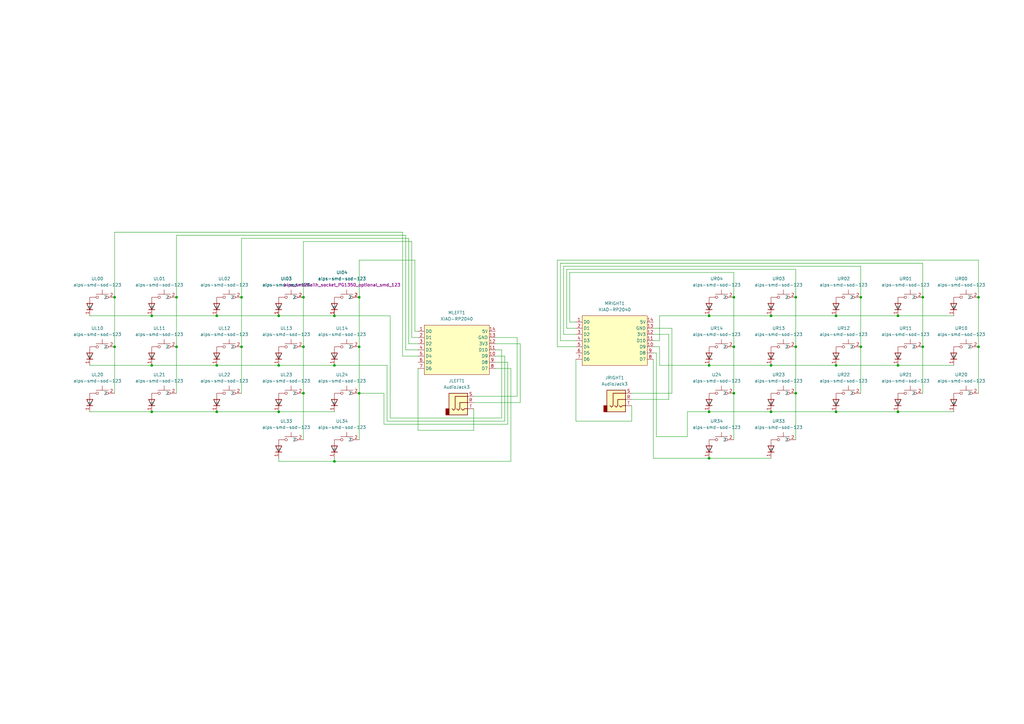
<source format=kicad_sch>
(kicad_sch (version 20211123) (generator eeschema)
  (paper "A3")
  (lib_symbols
    (symbol "Connector:AudioJack3"
      (property "Reference" "J" (at 0 8.89 0))
      (property "Value" "AudioJack3" (at 0 6.35 0))
      (symbol "AudioJack3_0_1"
        (rectangle (start -5.08 -5.08) (end -6.35 -2.54) (stroke (width 0.254)) (fill (type outline)))
        (polyline (pts (xy 0 -2.54) (xy 0.635 -3.175) (xy 1.27 -2.54) (xy 2.54 -2.54)) (stroke (width 0.254)))
        (polyline (pts (xy -1.905 -2.54) (xy -1.27 -3.175) (xy -0.635 -2.54) (xy -0.635 0) (xy 2.54 0)) (stroke (width 0.254)))
        (polyline (pts (xy 2.54 2.54) (xy -2.54 2.54) (xy -2.54 -2.54) (xy -3.175 -3.175) (xy -3.81 -2.54)) (stroke (width 0.254)))
        (rectangle (start 2.54 3.81) (end -5.08 -5.08) (stroke (width 0.254)) (fill (type background)))
      )
      (symbol "AudioJack3_1_1"
        (pin passive line (at 5.08 0 180) (length 2.54) (name "~") (number "R"))
        (pin passive line (at 5.08 2.54 180) (length 2.54) (name "~") (number "S"))
        (pin passive line (at 5.08 -2.54 180) (length 2.54) (name "~") (number "T"))
      )
    )
    (symbol "Xiao:XIAO-RP2040"
      (property "Reference" "M" (at 0 0 0))
      (property "Value" "XIAO-RP2040" (at 0 2.54 0))
      (symbol "XIAO-RP2040_0_1"
        (rectangle (start -12.7 10.16) (end 13.97 -10.16) (fill (type background)))
      )
      (symbol "XIAO-RP2040_1_1"
        (pin bidirectional line (at -15.24 7.62 0) (length 2.54) (name "D0") (number "1"))
        (pin bidirectional line (at 16.51 -2.54 180) (length 2.54) (name "D9") (number "10"))
        (pin bidirectional line (at 16.51 0 180) (length 2.54) (name "D10") (number "11"))
        (pin power_in line (at 16.51 2.54 180) (length 2.54) (name "3V3") (number "12"))
        (pin power_in line (at 16.51 5.08 180) (length 2.54) (name "GND") (number "13"))
        (pin power_in line (at 16.51 7.62 180) (length 2.54) (name "5V") (number "14"))
        (pin bidirectional line (at -15.24 5.08 0) (length 2.54) (name "D1") (number "2"))
        (pin bidirectional line (at -15.24 2.54 0) (length 2.54) (name "D2") (number "3"))
        (pin bidirectional line (at -15.24 0 0) (length 2.54) (name "D3") (number "4"))
        (pin bidirectional line (at -15.24 -2.54 0) (length 2.54) (name "D4") (number "5"))
        (pin bidirectional line (at -15.24 -5.08 0) (length 2.54) (name "D5") (number "6"))
        (pin bidirectional line (at -15.24 -7.62 0) (length 2.54) (name "D6") (number "7"))
        (pin bidirectional line (at 16.51 -7.62 180) (length 2.54) (name "D7") (number "8"))
        (pin bidirectional line (at 16.51 -5.08 180) (length 2.54) (name "D8") (number "9"))
      )
    )
    (symbol "alps-smd-sod-123_1"
      (property "Reference" "U" (at 0 0 0))
      (property "Value" "alps-smd-sod-123_1" (at 0 8.89 0))
      (symbol "alps-smd-sod-123_1_0_1"
        (circle (center -2.032 3.81) (radius 0.508))
        (polyline (pts (xy -6.35 -1.27) (xy -3.81 -1.27)) (stroke (width 0.254)))
        (polyline (pts (xy -5.08 1.27) (xy -5.08 -1.27)))
        (polyline (pts (xy 0 5.08) (xy 0 6.858)))
        (polyline (pts (xy 2.54 5.08) (xy -2.54 5.08)))
        (polyline (pts (xy -5.08 1.27) (xy -5.08 3.81) (xy -2.54 3.81)))
        (polyline (pts (xy -6.35 1.27) (xy -3.81 1.27) (xy -5.08 -1.27) (xy -6.35 1.27)) (stroke (width 0.254)))
        (circle (center 2.032 3.81) (radius 0.508))
        (pin passive line (at 5.08 3.81 180) (length 2.54) (name "2") (number "2"))
      )
      (symbol "alps-smd-sod-123_1_1_1"
        (pin passive line (at -5.08 -3.81 90) (length 2.54) (name "1") (number "1"))
      )
    )
    (symbol "alps-smd-sod-123_10"
      (property "Reference" "U" (at 0 0 0))
      (property "Value" "alps-smd-sod-123_10" (at 0 8.89 0))
      (symbol "alps-smd-sod-123_10_0_1"
        (circle (center -2.032 3.81) (radius 0.508))
        (polyline (pts (xy -6.35 -1.27) (xy -3.81 -1.27)) (stroke (width 0.254)))
        (polyline (pts (xy -5.08 1.27) (xy -5.08 -1.27)))
        (polyline (pts (xy 0 5.08) (xy 0 6.858)))
        (polyline (pts (xy 2.54 5.08) (xy -2.54 5.08)))
        (polyline (pts (xy -5.08 1.27) (xy -5.08 3.81) (xy -2.54 3.81)))
        (polyline (pts (xy -6.35 1.27) (xy -3.81 1.27) (xy -5.08 -1.27) (xy -6.35 1.27)) (stroke (width 0.254)))
        (circle (center 2.032 3.81) (radius 0.508))
        (pin passive line (at 5.08 3.81 180) (length 2.54) (name "2") (number "2"))
      )
      (symbol "alps-smd-sod-123_10_1_1"
        (pin passive line (at -5.08 -3.81 90) (length 2.54) (name "1") (number "1"))
      )
    )
    (symbol "alps-smd-sod-123_11"
      (property "Reference" "U" (at 0 0 0))
      (property "Value" "alps-smd-sod-123_11" (at 0 8.89 0))
      (symbol "alps-smd-sod-123_11_0_1"
        (circle (center -2.032 3.81) (radius 0.508))
        (polyline (pts (xy -6.35 -1.27) (xy -3.81 -1.27)) (stroke (width 0.254)))
        (polyline (pts (xy -5.08 1.27) (xy -5.08 -1.27)))
        (polyline (pts (xy 0 5.08) (xy 0 6.858)))
        (polyline (pts (xy 2.54 5.08) (xy -2.54 5.08)))
        (polyline (pts (xy -5.08 1.27) (xy -5.08 3.81) (xy -2.54 3.81)))
        (polyline (pts (xy -6.35 1.27) (xy -3.81 1.27) (xy -5.08 -1.27) (xy -6.35 1.27)) (stroke (width 0.254)))
        (circle (center 2.032 3.81) (radius 0.508))
        (pin passive line (at 5.08 3.81 180) (length 2.54) (name "2") (number "2"))
      )
      (symbol "alps-smd-sod-123_11_1_1"
        (pin passive line (at -5.08 -3.81 90) (length 2.54) (name "1") (number "1"))
      )
    )
    (symbol "alps-smd-sod-123_12"
      (property "Reference" "U" (at 0 0 0))
      (property "Value" "alps-smd-sod-123_12" (at 0 8.89 0))
      (symbol "alps-smd-sod-123_12_0_1"
        (circle (center -2.032 3.81) (radius 0.508))
        (polyline (pts (xy -6.35 -1.27) (xy -3.81 -1.27)) (stroke (width 0.254)))
        (polyline (pts (xy -5.08 1.27) (xy -5.08 -1.27)))
        (polyline (pts (xy 0 5.08) (xy 0 6.858)))
        (polyline (pts (xy 2.54 5.08) (xy -2.54 5.08)))
        (polyline (pts (xy -5.08 1.27) (xy -5.08 3.81) (xy -2.54 3.81)))
        (polyline (pts (xy -6.35 1.27) (xy -3.81 1.27) (xy -5.08 -1.27) (xy -6.35 1.27)) (stroke (width 0.254)))
        (circle (center 2.032 3.81) (radius 0.508))
        (pin passive line (at 5.08 3.81 180) (length 2.54) (name "2") (number "2"))
      )
      (symbol "alps-smd-sod-123_12_1_1"
        (pin passive line (at -5.08 -3.81 90) (length 2.54) (name "1") (number "1"))
      )
    )
    (symbol "alps-smd-sod-123_13"
      (property "Reference" "U" (at 0 0 0))
      (property "Value" "alps-smd-sod-123_13" (at 0 8.89 0))
      (symbol "alps-smd-sod-123_13_0_1"
        (circle (center -2.032 3.81) (radius 0.508))
        (polyline (pts (xy -6.35 -1.27) (xy -3.81 -1.27)) (stroke (width 0.254)))
        (polyline (pts (xy -5.08 1.27) (xy -5.08 -1.27)))
        (polyline (pts (xy 0 5.08) (xy 0 6.858)))
        (polyline (pts (xy 2.54 5.08) (xy -2.54 5.08)))
        (polyline (pts (xy -5.08 1.27) (xy -5.08 3.81) (xy -2.54 3.81)))
        (polyline (pts (xy -6.35 1.27) (xy -3.81 1.27) (xy -5.08 -1.27) (xy -6.35 1.27)) (stroke (width 0.254)))
        (circle (center 2.032 3.81) (radius 0.508))
        (pin passive line (at 5.08 3.81 180) (length 2.54) (name "2") (number "2"))
      )
      (symbol "alps-smd-sod-123_13_1_1"
        (pin passive line (at -5.08 -3.81 90) (length 2.54) (name "1") (number "1"))
      )
    )
    (symbol "alps-smd-sod-123_14"
      (property "Reference" "U" (at 0 0 0))
      (property "Value" "alps-smd-sod-123_14" (at 0 8.89 0))
      (symbol "alps-smd-sod-123_14_0_1"
        (circle (center -2.032 3.81) (radius 0.508))
        (polyline (pts (xy -6.35 -1.27) (xy -3.81 -1.27)) (stroke (width 0.254)))
        (polyline (pts (xy -5.08 1.27) (xy -5.08 -1.27)))
        (polyline (pts (xy 0 5.08) (xy 0 6.858)))
        (polyline (pts (xy 2.54 5.08) (xy -2.54 5.08)))
        (polyline (pts (xy -5.08 1.27) (xy -5.08 3.81) (xy -2.54 3.81)))
        (polyline (pts (xy -6.35 1.27) (xy -3.81 1.27) (xy -5.08 -1.27) (xy -6.35 1.27)) (stroke (width 0.254)))
        (circle (center 2.032 3.81) (radius 0.508))
        (pin passive line (at 5.08 3.81 180) (length 2.54) (name "2") (number "2"))
      )
      (symbol "alps-smd-sod-123_14_1_1"
        (pin passive line (at -5.08 -3.81 90) (length 2.54) (name "1") (number "1"))
      )
    )
    (symbol "alps-smd-sod-123_15"
      (property "Reference" "U" (at 0 0 0))
      (property "Value" "alps-smd-sod-123_15" (at 0 8.89 0))
      (symbol "alps-smd-sod-123_15_0_1"
        (circle (center -2.032 3.81) (radius 0.508))
        (polyline (pts (xy -6.35 -1.27) (xy -3.81 -1.27)) (stroke (width 0.254)))
        (polyline (pts (xy -5.08 1.27) (xy -5.08 -1.27)))
        (polyline (pts (xy 0 5.08) (xy 0 6.858)))
        (polyline (pts (xy 2.54 5.08) (xy -2.54 5.08)))
        (polyline (pts (xy -5.08 1.27) (xy -5.08 3.81) (xy -2.54 3.81)))
        (polyline (pts (xy -6.35 1.27) (xy -3.81 1.27) (xy -5.08 -1.27) (xy -6.35 1.27)) (stroke (width 0.254)))
        (circle (center 2.032 3.81) (radius 0.508))
        (pin passive line (at 5.08 3.81 180) (length 2.54) (name "2") (number "2"))
      )
      (symbol "alps-smd-sod-123_15_1_1"
        (pin passive line (at -5.08 -3.81 90) (length 2.54) (name "1") (number "1"))
      )
    )
    (symbol "alps-smd-sod-123_16"
      (property "Reference" "U" (at 0 0 0))
      (property "Value" "alps-smd-sod-123_16" (at 0 8.89 0))
      (symbol "alps-smd-sod-123_16_0_1"
        (circle (center -2.032 3.81) (radius 0.508))
        (polyline (pts (xy -6.35 -1.27) (xy -3.81 -1.27)) (stroke (width 0.254)))
        (polyline (pts (xy -5.08 1.27) (xy -5.08 -1.27)))
        (polyline (pts (xy 0 5.08) (xy 0 6.858)))
        (polyline (pts (xy 2.54 5.08) (xy -2.54 5.08)))
        (polyline (pts (xy -5.08 1.27) (xy -5.08 3.81) (xy -2.54 3.81)))
        (polyline (pts (xy -6.35 1.27) (xy -3.81 1.27) (xy -5.08 -1.27) (xy -6.35 1.27)) (stroke (width 0.254)))
        (circle (center 2.032 3.81) (radius 0.508))
        (pin passive line (at 5.08 3.81 180) (length 2.54) (name "2") (number "2"))
      )
      (symbol "alps-smd-sod-123_16_1_1"
        (pin passive line (at -5.08 -3.81 90) (length 2.54) (name "1") (number "1"))
      )
    )
    (symbol "alps-smd-sod-123_17"
      (property "Reference" "U" (at 0 0 0))
      (property "Value" "alps-smd-sod-123_17" (at 0 8.89 0))
      (symbol "alps-smd-sod-123_17_0_1"
        (circle (center -2.032 3.81) (radius 0.508))
        (polyline (pts (xy -6.35 -1.27) (xy -3.81 -1.27)) (stroke (width 0.254)))
        (polyline (pts (xy -5.08 1.27) (xy -5.08 -1.27)))
        (polyline (pts (xy 0 5.08) (xy 0 6.858)))
        (polyline (pts (xy 2.54 5.08) (xy -2.54 5.08)))
        (polyline (pts (xy -5.08 1.27) (xy -5.08 3.81) (xy -2.54 3.81)))
        (polyline (pts (xy -6.35 1.27) (xy -3.81 1.27) (xy -5.08 -1.27) (xy -6.35 1.27)) (stroke (width 0.254)))
        (circle (center 2.032 3.81) (radius 0.508))
        (pin passive line (at 5.08 3.81 180) (length 2.54) (name "2") (number "2"))
      )
      (symbol "alps-smd-sod-123_17_1_1"
        (pin passive line (at -5.08 -3.81 90) (length 2.54) (name "1") (number "1"))
      )
    )
    (symbol "alps-smd-sod-123_18"
      (property "Reference" "U" (at 0 0 0))
      (property "Value" "alps-smd-sod-123_18" (at 0 8.89 0))
      (symbol "alps-smd-sod-123_18_0_1"
        (circle (center -2.032 3.81) (radius 0.508))
        (polyline (pts (xy -6.35 -1.27) (xy -3.81 -1.27)) (stroke (width 0.254)))
        (polyline (pts (xy -5.08 1.27) (xy -5.08 -1.27)))
        (polyline (pts (xy 0 5.08) (xy 0 6.858)))
        (polyline (pts (xy 2.54 5.08) (xy -2.54 5.08)))
        (polyline (pts (xy -5.08 1.27) (xy -5.08 3.81) (xy -2.54 3.81)))
        (polyline (pts (xy -6.35 1.27) (xy -3.81 1.27) (xy -5.08 -1.27) (xy -6.35 1.27)) (stroke (width 0.254)))
        (circle (center 2.032 3.81) (radius 0.508))
        (pin passive line (at 5.08 3.81 180) (length 2.54) (name "2") (number "2"))
      )
      (symbol "alps-smd-sod-123_18_1_1"
        (pin passive line (at -5.08 -3.81 90) (length 2.54) (name "1") (number "1"))
      )
    )
    (symbol "alps-smd-sod-123_19"
      (property "Reference" "U" (at 0 0 0))
      (property "Value" "alps-smd-sod-123_19" (at 0 8.89 0))
      (symbol "alps-smd-sod-123_19_0_1"
        (circle (center -2.032 3.81) (radius 0.508))
        (polyline (pts (xy -6.35 -1.27) (xy -3.81 -1.27)) (stroke (width 0.254)))
        (polyline (pts (xy -5.08 1.27) (xy -5.08 -1.27)))
        (polyline (pts (xy 0 5.08) (xy 0 6.858)))
        (polyline (pts (xy 2.54 5.08) (xy -2.54 5.08)))
        (polyline (pts (xy -5.08 1.27) (xy -5.08 3.81) (xy -2.54 3.81)))
        (polyline (pts (xy -6.35 1.27) (xy -3.81 1.27) (xy -5.08 -1.27) (xy -6.35 1.27)) (stroke (width 0.254)))
        (circle (center 2.032 3.81) (radius 0.508))
        (pin passive line (at 5.08 3.81 180) (length 2.54) (name "2") (number "2"))
      )
      (symbol "alps-smd-sod-123_19_1_1"
        (pin passive line (at -5.08 -3.81 90) (length 2.54) (name "1") (number "1"))
      )
    )
    (symbol "alps-smd-sod-123_2"
      (property "Reference" "U" (at 0 0 0))
      (property "Value" "alps-smd-sod-123_2" (at 0 8.89 0))
      (symbol "alps-smd-sod-123_2_0_1"
        (circle (center -2.032 3.81) (radius 0.508))
        (polyline (pts (xy -6.35 -1.27) (xy -3.81 -1.27)) (stroke (width 0.254)))
        (polyline (pts (xy -5.08 1.27) (xy -5.08 -1.27)))
        (polyline (pts (xy 0 5.08) (xy 0 6.858)))
        (polyline (pts (xy 2.54 5.08) (xy -2.54 5.08)))
        (polyline (pts (xy -5.08 1.27) (xy -5.08 3.81) (xy -2.54 3.81)))
        (polyline (pts (xy -6.35 1.27) (xy -3.81 1.27) (xy -5.08 -1.27) (xy -6.35 1.27)) (stroke (width 0.254)))
        (circle (center 2.032 3.81) (radius 0.508))
        (pin passive line (at 5.08 3.81 180) (length 2.54) (name "2") (number "2"))
      )
      (symbol "alps-smd-sod-123_2_1_1"
        (pin passive line (at -5.08 -3.81 90) (length 2.54) (name "1") (number "1"))
      )
    )
    (symbol "alps-smd-sod-123_20"
      (property "Reference" "U" (at 0 0 0))
      (property "Value" "alps-smd-sod-123_20" (at 0 8.89 0))
      (symbol "alps-smd-sod-123_20_0_1"
        (circle (center -2.032 3.81) (radius 0.508))
        (polyline (pts (xy -6.35 -1.27) (xy -3.81 -1.27)) (stroke (width 0.254)))
        (polyline (pts (xy -5.08 1.27) (xy -5.08 -1.27)))
        (polyline (pts (xy 0 5.08) (xy 0 6.858)))
        (polyline (pts (xy 2.54 5.08) (xy -2.54 5.08)))
        (polyline (pts (xy -5.08 1.27) (xy -5.08 3.81) (xy -2.54 3.81)))
        (polyline (pts (xy -6.35 1.27) (xy -3.81 1.27) (xy -5.08 -1.27) (xy -6.35 1.27)) (stroke (width 0.254)))
        (circle (center 2.032 3.81) (radius 0.508))
        (pin passive line (at 5.08 3.81 180) (length 2.54) (name "2") (number "2"))
      )
      (symbol "alps-smd-sod-123_20_1_1"
        (pin passive line (at -5.08 -3.81 90) (length 2.54) (name "1") (number "1"))
      )
    )
    (symbol "alps-smd-sod-123_21"
      (property "Reference" "U" (at 0 0 0))
      (property "Value" "alps-smd-sod-123_21" (at 0 8.89 0))
      (symbol "alps-smd-sod-123_21_0_1"
        (circle (center -2.032 3.81) (radius 0.508))
        (polyline (pts (xy -6.35 -1.27) (xy -3.81 -1.27)) (stroke (width 0.254)))
        (polyline (pts (xy -5.08 1.27) (xy -5.08 -1.27)))
        (polyline (pts (xy 0 5.08) (xy 0 6.858)))
        (polyline (pts (xy 2.54 5.08) (xy -2.54 5.08)))
        (polyline (pts (xy -5.08 1.27) (xy -5.08 3.81) (xy -2.54 3.81)))
        (polyline (pts (xy -6.35 1.27) (xy -3.81 1.27) (xy -5.08 -1.27) (xy -6.35 1.27)) (stroke (width 0.254)))
        (circle (center 2.032 3.81) (radius 0.508))
        (pin passive line (at 5.08 3.81 180) (length 2.54) (name "2") (number "2"))
      )
      (symbol "alps-smd-sod-123_21_1_1"
        (pin passive line (at -5.08 -3.81 90) (length 2.54) (name "1") (number "1"))
      )
    )
    (symbol "alps-smd-sod-123_22"
      (property "Reference" "U" (at 0 0 0))
      (property "Value" "alps-smd-sod-123_22" (at 0 8.89 0))
      (symbol "alps-smd-sod-123_22_0_1"
        (circle (center -2.032 3.81) (radius 0.508))
        (polyline (pts (xy -6.35 -1.27) (xy -3.81 -1.27)) (stroke (width 0.254)))
        (polyline (pts (xy -5.08 1.27) (xy -5.08 -1.27)))
        (polyline (pts (xy 0 5.08) (xy 0 6.858)))
        (polyline (pts (xy 2.54 5.08) (xy -2.54 5.08)))
        (polyline (pts (xy -5.08 1.27) (xy -5.08 3.81) (xy -2.54 3.81)))
        (polyline (pts (xy -6.35 1.27) (xy -3.81 1.27) (xy -5.08 -1.27) (xy -6.35 1.27)) (stroke (width 0.254)))
        (circle (center 2.032 3.81) (radius 0.508))
        (pin passive line (at 5.08 3.81 180) (length 2.54) (name "2") (number "2"))
      )
      (symbol "alps-smd-sod-123_22_1_1"
        (pin passive line (at -5.08 -3.81 90) (length 2.54) (name "1") (number "1"))
      )
    )
    (symbol "alps-smd-sod-123_23"
      (property "Reference" "U" (at 0 0 0))
      (property "Value" "alps-smd-sod-123_23" (at 0 8.89 0))
      (symbol "alps-smd-sod-123_23_0_1"
        (circle (center -2.032 3.81) (radius 0.508))
        (polyline (pts (xy -6.35 -1.27) (xy -3.81 -1.27)) (stroke (width 0.254)))
        (polyline (pts (xy -5.08 1.27) (xy -5.08 -1.27)))
        (polyline (pts (xy 0 5.08) (xy 0 6.858)))
        (polyline (pts (xy 2.54 5.08) (xy -2.54 5.08)))
        (polyline (pts (xy -5.08 1.27) (xy -5.08 3.81) (xy -2.54 3.81)))
        (polyline (pts (xy -6.35 1.27) (xy -3.81 1.27) (xy -5.08 -1.27) (xy -6.35 1.27)) (stroke (width 0.254)))
        (circle (center 2.032 3.81) (radius 0.508))
        (pin passive line (at 5.08 3.81 180) (length 2.54) (name "2") (number "2"))
      )
      (symbol "alps-smd-sod-123_23_1_1"
        (pin passive line (at -5.08 -3.81 90) (length 2.54) (name "1") (number "1"))
      )
    )
    (symbol "alps-smd-sod-123_24"
      (property "Reference" "U" (at 0 0 0))
      (property "Value" "alps-smd-sod-123_24" (at 0 8.89 0))
      (symbol "alps-smd-sod-123_24_0_1"
        (circle (center -2.032 3.81) (radius 0.508))
        (polyline (pts (xy -6.35 -1.27) (xy -3.81 -1.27)) (stroke (width 0.254)))
        (polyline (pts (xy -5.08 1.27) (xy -5.08 -1.27)))
        (polyline (pts (xy 0 5.08) (xy 0 6.858)))
        (polyline (pts (xy 2.54 5.08) (xy -2.54 5.08)))
        (polyline (pts (xy -5.08 1.27) (xy -5.08 3.81) (xy -2.54 3.81)))
        (polyline (pts (xy -6.35 1.27) (xy -3.81 1.27) (xy -5.08 -1.27) (xy -6.35 1.27)) (stroke (width 0.254)))
        (circle (center 2.032 3.81) (radius 0.508))
        (pin passive line (at 5.08 3.81 180) (length 2.54) (name "2") (number "2"))
      )
      (symbol "alps-smd-sod-123_24_1_1"
        (pin passive line (at -5.08 -3.81 90) (length 2.54) (name "1") (number "1"))
      )
    )
    (symbol "alps-smd-sod-123_25"
      (property "Reference" "U" (at 0 0 0))
      (property "Value" "alps-smd-sod-123_25" (at 0 8.89 0))
      (symbol "alps-smd-sod-123_25_0_1"
        (circle (center -2.032 3.81) (radius 0.508))
        (polyline (pts (xy -6.35 -1.27) (xy -3.81 -1.27)) (stroke (width 0.254)))
        (polyline (pts (xy -5.08 1.27) (xy -5.08 -1.27)))
        (polyline (pts (xy 0 5.08) (xy 0 6.858)))
        (polyline (pts (xy 2.54 5.08) (xy -2.54 5.08)))
        (polyline (pts (xy -5.08 1.27) (xy -5.08 3.81) (xy -2.54 3.81)))
        (polyline (pts (xy -6.35 1.27) (xy -3.81 1.27) (xy -5.08 -1.27) (xy -6.35 1.27)) (stroke (width 0.254)))
        (circle (center 2.032 3.81) (radius 0.508))
        (pin passive line (at 5.08 3.81 180) (length 2.54) (name "2") (number "2"))
      )
      (symbol "alps-smd-sod-123_25_1_1"
        (pin passive line (at -5.08 -3.81 90) (length 2.54) (name "1") (number "1"))
      )
    )
    (symbol "alps-smd-sod-123_26"
      (property "Reference" "U" (at 0 0 0))
      (property "Value" "alps-smd-sod-123_26" (at 0 8.89 0))
      (symbol "alps-smd-sod-123_26_0_1"
        (circle (center -2.032 3.81) (radius 0.508))
        (polyline (pts (xy -6.35 -1.27) (xy -3.81 -1.27)) (stroke (width 0.254)))
        (polyline (pts (xy -5.08 1.27) (xy -5.08 -1.27)))
        (polyline (pts (xy 0 5.08) (xy 0 6.858)))
        (polyline (pts (xy 2.54 5.08) (xy -2.54 5.08)))
        (polyline (pts (xy -5.08 1.27) (xy -5.08 3.81) (xy -2.54 3.81)))
        (polyline (pts (xy -6.35 1.27) (xy -3.81 1.27) (xy -5.08 -1.27) (xy -6.35 1.27)) (stroke (width 0.254)))
        (circle (center 2.032 3.81) (radius 0.508))
        (pin passive line (at 5.08 3.81 180) (length 2.54) (name "2") (number "2"))
      )
      (symbol "alps-smd-sod-123_26_1_1"
        (pin passive line (at -5.08 -3.81 90) (length 2.54) (name "1") (number "1"))
      )
    )
    (symbol "alps-smd-sod-123_27"
      (property "Reference" "U" (at 0 0 0))
      (property "Value" "alps-smd-sod-123_27" (at 0 8.89 0))
      (symbol "alps-smd-sod-123_27_0_1"
        (circle (center -2.032 3.81) (radius 0.508))
        (polyline (pts (xy -6.35 -1.27) (xy -3.81 -1.27)) (stroke (width 0.254)))
        (polyline (pts (xy -5.08 1.27) (xy -5.08 -1.27)))
        (polyline (pts (xy 0 5.08) (xy 0 6.858)))
        (polyline (pts (xy 2.54 5.08) (xy -2.54 5.08)))
        (polyline (pts (xy -5.08 1.27) (xy -5.08 3.81) (xy -2.54 3.81)))
        (polyline (pts (xy -6.35 1.27) (xy -3.81 1.27) (xy -5.08 -1.27) (xy -6.35 1.27)) (stroke (width 0.254)))
        (circle (center 2.032 3.81) (radius 0.508))
        (pin passive line (at 5.08 3.81 180) (length 2.54) (name "2") (number "2"))
      )
      (symbol "alps-smd-sod-123_27_1_1"
        (pin passive line (at -5.08 -3.81 90) (length 2.54) (name "1") (number "1"))
      )
    )
    (symbol "alps-smd-sod-123_28"
      (property "Reference" "U" (at 0 0 0))
      (property "Value" "alps-smd-sod-123_28" (at 0 8.89 0))
      (symbol "alps-smd-sod-123_28_0_1"
        (circle (center -2.032 3.81) (radius 0.508))
        (polyline (pts (xy -6.35 -1.27) (xy -3.81 -1.27)) (stroke (width 0.254)))
        (polyline (pts (xy -5.08 1.27) (xy -5.08 -1.27)))
        (polyline (pts (xy 0 5.08) (xy 0 6.858)))
        (polyline (pts (xy 2.54 5.08) (xy -2.54 5.08)))
        (polyline (pts (xy -5.08 1.27) (xy -5.08 3.81) (xy -2.54 3.81)))
        (polyline (pts (xy -6.35 1.27) (xy -3.81 1.27) (xy -5.08 -1.27) (xy -6.35 1.27)) (stroke (width 0.254)))
        (circle (center 2.032 3.81) (radius 0.508))
        (pin passive line (at 5.08 3.81 180) (length 2.54) (name "2") (number "2"))
      )
      (symbol "alps-smd-sod-123_28_1_1"
        (pin passive line (at -5.08 -3.81 90) (length 2.54) (name "1") (number "1"))
      )
    )
    (symbol "alps-smd-sod-123_29"
      (property "Reference" "U" (at 0 0 0))
      (property "Value" "alps-smd-sod-123_29" (at 0 8.89 0))
      (symbol "alps-smd-sod-123_29_0_1"
        (circle (center -2.032 3.81) (radius 0.508))
        (polyline (pts (xy -6.35 -1.27) (xy -3.81 -1.27)) (stroke (width 0.254)))
        (polyline (pts (xy -5.08 1.27) (xy -5.08 -1.27)))
        (polyline (pts (xy 0 5.08) (xy 0 6.858)))
        (polyline (pts (xy 2.54 5.08) (xy -2.54 5.08)))
        (polyline (pts (xy -5.08 1.27) (xy -5.08 3.81) (xy -2.54 3.81)))
        (polyline (pts (xy -6.35 1.27) (xy -3.81 1.27) (xy -5.08 -1.27) (xy -6.35 1.27)) (stroke (width 0.254)))
        (circle (center 2.032 3.81) (radius 0.508))
        (pin passive line (at 5.08 3.81 180) (length 2.54) (name "2") (number "2"))
      )
      (symbol "alps-smd-sod-123_29_1_1"
        (pin passive line (at -5.08 -3.81 90) (length 2.54) (name "1") (number "1"))
      )
    )
    (symbol "alps-smd-sod-123_3"
      (property "Reference" "U" (at 0 0 0))
      (property "Value" "alps-smd-sod-123_3" (at 0 8.89 0))
      (symbol "alps-smd-sod-123_3_0_1"
        (circle (center -2.032 3.81) (radius 0.508))
        (polyline (pts (xy -6.35 -1.27) (xy -3.81 -1.27)) (stroke (width 0.254)))
        (polyline (pts (xy -5.08 1.27) (xy -5.08 -1.27)))
        (polyline (pts (xy 0 5.08) (xy 0 6.858)))
        (polyline (pts (xy 2.54 5.08) (xy -2.54 5.08)))
        (polyline (pts (xy -5.08 1.27) (xy -5.08 3.81) (xy -2.54 3.81)))
        (polyline (pts (xy -6.35 1.27) (xy -3.81 1.27) (xy -5.08 -1.27) (xy -6.35 1.27)) (stroke (width 0.254)))
        (circle (center 2.032 3.81) (radius 0.508))
        (pin passive line (at 5.08 3.81 180) (length 2.54) (name "2") (number "2"))
      )
      (symbol "alps-smd-sod-123_3_1_1"
        (pin passive line (at -5.08 -3.81 90) (length 2.54) (name "1") (number "1"))
      )
    )
    (symbol "alps-smd-sod-123_30"
      (property "Reference" "U" (at 0 0 0))
      (property "Value" "alps-smd-sod-123_30" (at 0 8.89 0))
      (symbol "alps-smd-sod-123_30_0_1"
        (circle (center -2.032 3.81) (radius 0.508))
        (polyline (pts (xy -6.35 -1.27) (xy -3.81 -1.27)) (stroke (width 0.254)))
        (polyline (pts (xy -5.08 1.27) (xy -5.08 -1.27)))
        (polyline (pts (xy 0 5.08) (xy 0 6.858)))
        (polyline (pts (xy 2.54 5.08) (xy -2.54 5.08)))
        (polyline (pts (xy -5.08 1.27) (xy -5.08 3.81) (xy -2.54 3.81)))
        (polyline (pts (xy -6.35 1.27) (xy -3.81 1.27) (xy -5.08 -1.27) (xy -6.35 1.27)) (stroke (width 0.254)))
        (circle (center 2.032 3.81) (radius 0.508))
        (pin passive line (at 5.08 3.81 180) (length 2.54) (name "2") (number "2"))
      )
      (symbol "alps-smd-sod-123_30_1_1"
        (pin passive line (at -5.08 -3.81 90) (length 2.54) (name "1") (number "1"))
      )
    )
    (symbol "alps-smd-sod-123_31"
      (property "Reference" "U" (at 0 0 0))
      (property "Value" "alps-smd-sod-123_31" (at 0 8.89 0))
      (symbol "alps-smd-sod-123_31_0_1"
        (circle (center -2.032 3.81) (radius 0.508))
        (polyline (pts (xy -6.35 -1.27) (xy -3.81 -1.27)) (stroke (width 0.254)))
        (polyline (pts (xy -5.08 1.27) (xy -5.08 -1.27)))
        (polyline (pts (xy 0 5.08) (xy 0 6.858)))
        (polyline (pts (xy 2.54 5.08) (xy -2.54 5.08)))
        (polyline (pts (xy -5.08 1.27) (xy -5.08 3.81) (xy -2.54 3.81)))
        (polyline (pts (xy -6.35 1.27) (xy -3.81 1.27) (xy -5.08 -1.27) (xy -6.35 1.27)) (stroke (width 0.254)))
        (circle (center 2.032 3.81) (radius 0.508))
        (pin passive line (at 5.08 3.81 180) (length 2.54) (name "2") (number "2"))
      )
      (symbol "alps-smd-sod-123_31_1_1"
        (pin passive line (at -5.08 -3.81 90) (length 2.54) (name "1") (number "1"))
      )
    )
    (symbol "alps-smd-sod-123_32"
      (property "Reference" "U" (at 0 0 0))
      (property "Value" "alps-smd-sod-123_32" (at 0 8.89 0))
      (symbol "alps-smd-sod-123_32_0_1"
        (circle (center -2.032 3.81) (radius 0.508))
        (polyline (pts (xy -6.35 -1.27) (xy -3.81 -1.27)) (stroke (width 0.254)))
        (polyline (pts (xy -5.08 1.27) (xy -5.08 -1.27)))
        (polyline (pts (xy 0 5.08) (xy 0 6.858)))
        (polyline (pts (xy 2.54 5.08) (xy -2.54 5.08)))
        (polyline (pts (xy -5.08 1.27) (xy -5.08 3.81) (xy -2.54 3.81)))
        (polyline (pts (xy -6.35 1.27) (xy -3.81 1.27) (xy -5.08 -1.27) (xy -6.35 1.27)) (stroke (width 0.254)))
        (circle (center 2.032 3.81) (radius 0.508))
        (pin passive line (at 5.08 3.81 180) (length 2.54) (name "2") (number "2"))
      )
      (symbol "alps-smd-sod-123_32_1_1"
        (pin passive line (at -5.08 -3.81 90) (length 2.54) (name "1") (number "1"))
      )
    )
    (symbol "alps-smd-sod-123_33"
      (property "Reference" "U" (at 0 0 0))
      (property "Value" "alps-smd-sod-123_33" (at 0 8.89 0))
      (symbol "alps-smd-sod-123_33_0_1"
        (circle (center -2.032 3.81) (radius 0.508))
        (polyline (pts (xy -6.35 -1.27) (xy -3.81 -1.27)) (stroke (width 0.254)))
        (polyline (pts (xy -5.08 1.27) (xy -5.08 -1.27)))
        (polyline (pts (xy 0 5.08) (xy 0 6.858)))
        (polyline (pts (xy 2.54 5.08) (xy -2.54 5.08)))
        (polyline (pts (xy -5.08 1.27) (xy -5.08 3.81) (xy -2.54 3.81)))
        (polyline (pts (xy -6.35 1.27) (xy -3.81 1.27) (xy -5.08 -1.27) (xy -6.35 1.27)) (stroke (width 0.254)))
        (circle (center 2.032 3.81) (radius 0.508))
        (pin passive line (at 5.08 3.81 180) (length 2.54) (name "2") (number "2"))
      )
      (symbol "alps-smd-sod-123_33_1_1"
        (pin passive line (at -5.08 -3.81 90) (length 2.54) (name "1") (number "1"))
      )
    )
    (symbol "alps-smd-sod-123_4"
      (property "Reference" "U" (at 0 0 0))
      (property "Value" "alps-smd-sod-123_4" (at 0 8.89 0))
      (symbol "alps-smd-sod-123_4_0_1"
        (circle (center -2.032 3.81) (radius 0.508))
        (polyline (pts (xy -6.35 -1.27) (xy -3.81 -1.27)) (stroke (width 0.254)))
        (polyline (pts (xy -5.08 1.27) (xy -5.08 -1.27)))
        (polyline (pts (xy 0 5.08) (xy 0 6.858)))
        (polyline (pts (xy 2.54 5.08) (xy -2.54 5.08)))
        (polyline (pts (xy -5.08 1.27) (xy -5.08 3.81) (xy -2.54 3.81)))
        (polyline (pts (xy -6.35 1.27) (xy -3.81 1.27) (xy -5.08 -1.27) (xy -6.35 1.27)) (stroke (width 0.254)))
        (circle (center 2.032 3.81) (radius 0.508))
        (pin passive line (at 5.08 3.81 180) (length 2.54) (name "2") (number "2"))
      )
      (symbol "alps-smd-sod-123_4_1_1"
        (pin passive line (at -5.08 -3.81 90) (length 2.54) (name "1") (number "1"))
      )
    )
    (symbol "alps-smd-sod-123_5"
      (property "Reference" "U" (at 0 0 0))
      (property "Value" "alps-smd-sod-123_5" (at 0 8.89 0))
      (symbol "alps-smd-sod-123_5_0_1"
        (circle (center -2.032 3.81) (radius 0.508))
        (polyline (pts (xy -6.35 -1.27) (xy -3.81 -1.27)) (stroke (width 0.254)))
        (polyline (pts (xy -5.08 1.27) (xy -5.08 -1.27)))
        (polyline (pts (xy 0 5.08) (xy 0 6.858)))
        (polyline (pts (xy 2.54 5.08) (xy -2.54 5.08)))
        (polyline (pts (xy -5.08 1.27) (xy -5.08 3.81) (xy -2.54 3.81)))
        (polyline (pts (xy -6.35 1.27) (xy -3.81 1.27) (xy -5.08 -1.27) (xy -6.35 1.27)) (stroke (width 0.254)))
        (circle (center 2.032 3.81) (radius 0.508))
        (pin passive line (at 5.08 3.81 180) (length 2.54) (name "2") (number "2"))
      )
      (symbol "alps-smd-sod-123_5_1_1"
        (pin passive line (at -5.08 -3.81 90) (length 2.54) (name "1") (number "1"))
      )
    )
    (symbol "alps-smd-sod-123_6"
      (property "Reference" "U" (at 0 0 0))
      (property "Value" "alps-smd-sod-123_6" (at 0 8.89 0))
      (symbol "alps-smd-sod-123_6_0_1"
        (circle (center -2.032 3.81) (radius 0.508))
        (polyline (pts (xy -6.35 -1.27) (xy -3.81 -1.27)) (stroke (width 0.254)))
        (polyline (pts (xy -5.08 1.27) (xy -5.08 -1.27)))
        (polyline (pts (xy 0 5.08) (xy 0 6.858)))
        (polyline (pts (xy 2.54 5.08) (xy -2.54 5.08)))
        (polyline (pts (xy -5.08 1.27) (xy -5.08 3.81) (xy -2.54 3.81)))
        (polyline (pts (xy -6.35 1.27) (xy -3.81 1.27) (xy -5.08 -1.27) (xy -6.35 1.27)) (stroke (width 0.254)))
        (circle (center 2.032 3.81) (radius 0.508))
        (pin passive line (at 5.08 3.81 180) (length 2.54) (name "2") (number "2"))
      )
      (symbol "alps-smd-sod-123_6_1_1"
        (pin passive line (at -5.08 -3.81 90) (length 2.54) (name "1") (number "1"))
      )
    )
    (symbol "alps-smd-sod-123_7"
      (property "Reference" "U" (at 0 0 0))
      (property "Value" "alps-smd-sod-123_7" (at 0 8.89 0))
      (symbol "alps-smd-sod-123_7_0_1"
        (circle (center -2.032 3.81) (radius 0.508))
        (polyline (pts (xy -6.35 -1.27) (xy -3.81 -1.27)) (stroke (width 0.254)))
        (polyline (pts (xy -5.08 1.27) (xy -5.08 -1.27)))
        (polyline (pts (xy 0 5.08) (xy 0 6.858)))
        (polyline (pts (xy 2.54 5.08) (xy -2.54 5.08)))
        (polyline (pts (xy -5.08 1.27) (xy -5.08 3.81) (xy -2.54 3.81)))
        (polyline (pts (xy -6.35 1.27) (xy -3.81 1.27) (xy -5.08 -1.27) (xy -6.35 1.27)) (stroke (width 0.254)))
        (circle (center 2.032 3.81) (radius 0.508))
        (pin passive line (at 5.08 3.81 180) (length 2.54) (name "2") (number "2"))
      )
      (symbol "alps-smd-sod-123_7_1_1"
        (pin passive line (at -5.08 -3.81 90) (length 2.54) (name "1") (number "1"))
      )
    )
    (symbol "alps-smd-sod-123_8"
      (property "Reference" "U" (at 0 0 0))
      (property "Value" "alps-smd-sod-123_8" (at 0 8.89 0))
      (symbol "alps-smd-sod-123_8_0_1"
        (circle (center -2.032 3.81) (radius 0.508))
        (polyline (pts (xy -6.35 -1.27) (xy -3.81 -1.27)) (stroke (width 0.254)))
        (polyline (pts (xy -5.08 1.27) (xy -5.08 -1.27)))
        (polyline (pts (xy 0 5.08) (xy 0 6.858)))
        (polyline (pts (xy 2.54 5.08) (xy -2.54 5.08)))
        (polyline (pts (xy -5.08 1.27) (xy -5.08 3.81) (xy -2.54 3.81)))
        (polyline (pts (xy -6.35 1.27) (xy -3.81 1.27) (xy -5.08 -1.27) (xy -6.35 1.27)) (stroke (width 0.254)))
        (circle (center 2.032 3.81) (radius 0.508))
        (pin passive line (at 5.08 3.81 180) (length 2.54) (name "2") (number "2"))
      )
      (symbol "alps-smd-sod-123_8_1_1"
        (pin passive line (at -5.08 -3.81 90) (length 2.54) (name "1") (number "1"))
      )
    )
    (symbol "alps-smd-sod-123_9"
      (property "Reference" "U" (at 0 0 0))
      (property "Value" "alps-smd-sod-123_9" (at 0 8.89 0))
      (symbol "alps-smd-sod-123_9_0_1"
        (circle (center -2.032 3.81) (radius 0.508))
        (polyline (pts (xy -6.35 -1.27) (xy -3.81 -1.27)) (stroke (width 0.254)))
        (polyline (pts (xy -5.08 1.27) (xy -5.08 -1.27)))
        (polyline (pts (xy 0 5.08) (xy 0 6.858)))
        (polyline (pts (xy 2.54 5.08) (xy -2.54 5.08)))
        (polyline (pts (xy -5.08 1.27) (xy -5.08 3.81) (xy -2.54 3.81)))
        (polyline (pts (xy -6.35 1.27) (xy -3.81 1.27) (xy -5.08 -1.27) (xy -6.35 1.27)) (stroke (width 0.254)))
        (circle (center 2.032 3.81) (radius 0.508))
        (pin passive line (at 5.08 3.81 180) (length 2.54) (name "2") (number "2"))
      )
      (symbol "alps-smd-sod-123_9_1_1"
        (pin passive line (at -5.08 -3.81 90) (length 2.54) (name "1") (number "1"))
      )
    )
    (symbol "alps-smd:alps-smd-sod-123"
      (property "Reference" "U" (at 0 0 0))
      (property "Value" "alps-smd-sod-123" (at 0 8.89 0))
      (symbol "alps-smd-sod-123_0_1"
        (circle (center -2.032 3.81) (radius 0.508))
        (polyline (pts (xy -6.35 -1.27) (xy -3.81 -1.27)) (stroke (width 0.254)))
        (polyline (pts (xy -5.08 1.27) (xy -5.08 -1.27)))
        (polyline (pts (xy 0 5.08) (xy 0 6.858)))
        (polyline (pts (xy 2.54 5.08) (xy -2.54 5.08)))
        (polyline (pts (xy -5.08 1.27) (xy -5.08 3.81) (xy -2.54 3.81)))
        (polyline (pts (xy -6.35 1.27) (xy -3.81 1.27) (xy -5.08 -1.27) (xy -6.35 1.27)) (stroke (width 0.254)))
        (circle (center 2.032 3.81) (radius 0.508))
        (pin passive line (at 5.08 3.81 180) (length 2.54) (name "2") (number "2"))
      )
      (symbol "alps-smd-sod-123_1_1"
        (pin passive line (at -5.08 -3.81 90) (length 2.54) (name "1") (number "1"))
      )
    )
  )
  (junction (at 62.23 168.91))
  (junction (at 147.32 161.29))
  (junction (at 137.16 189.23))
  (junction (at 137.16 149.86))
  (junction (at 46.99 121.92))
  (junction (at 378.46 142.24))
  (junction (at 137.16 129.54))
  (junction (at 353.06 142.24))
  (junction (at 300.99 121.92))
  (junction (at 114.3 149.86))
  (junction (at 99.06 121.92))
  (junction (at 368.3 129.54))
  (junction (at 72.39 121.92))
  (junction (at 342.9 129.54))
  (junction (at 326.39 142.24))
  (junction (at 88.9 168.91))
  (junction (at 300.99 142.24))
  (junction (at 99.06 142.24))
  (junction (at 316.23 168.91))
  (junction (at 401.32 121.92))
  (junction (at 124.46 161.29))
  (junction (at 88.9 129.54))
  (junction (at 72.39 142.24))
  (junction (at 368.3 168.91))
  (junction (at 124.46 121.92))
  (junction (at 316.23 129.54))
  (junction (at 290.83 149.86))
  (junction (at 342.9 149.86))
  (junction (at 114.3 168.91))
  (junction (at 368.3 149.86))
  (junction (at 147.32 121.92))
  (junction (at 378.46 121.92))
  (junction (at 290.83 129.54))
  (junction (at 290.83 187.96))
  (junction (at 124.46 142.24))
  (junction (at 290.83 168.91))
  (junction (at 62.23 149.86))
  (junction (at 342.9 168.91))
  (junction (at 46.99 142.24))
  (junction (at 326.39 161.29))
  (junction (at 147.32 142.24))
  (junction (at 88.9 149.86))
  (junction (at 62.23 129.54))
  (junction (at 353.06 121.92))
  (junction (at 316.23 149.86))
  (junction (at 114.3 129.54))
  (junction (at 300.99 161.29))
  (junction (at 401.32 142.24))
  (junction (at 326.39 121.92))
  (wire (pts (xy 36.83 168.91) (xy 62.23 168.91)))
  (wire (pts (xy 114.3 149.86) (xy 137.16 149.86)))
  (wire (pts (xy 259.08 163.83) (xy 274.32 163.83)))
  (wire (pts (xy 147.32 142.24) (xy 147.32 161.29)))
  (wire (pts (xy 267.97 147.32) (xy 267.97 187.96)))
  (wire (pts (xy 290.83 149.86) (xy 316.23 149.86)))
  (wire (pts (xy 269.24 144.78) (xy 269.24 179.07)))
  (wire (pts (xy 160.02 129.54) (xy 137.16 129.54)))
  (wire (pts (xy 290.83 168.91) (xy 281.94 168.91)))
  (wire (pts (xy 270.51 129.54) (xy 290.83 129.54)))
  (wire (pts (xy 147.32 106.68) (xy 147.32 121.92)))
  (wire (pts (xy 114.3 189.23) (xy 137.16 189.23)))
  (wire (pts (xy 259.08 166.37) (xy 259.08 172.72)))
  (wire (pts (xy 124.46 142.24) (xy 124.46 161.29)))
  (wire (pts (xy 168.91 138.43) (xy 168.91 99.06)))
  (wire (pts (xy 46.99 142.24) (xy 46.99 161.29)))
  (wire (pts (xy 208.28 173.99) (xy 157.48 173.99)))
  (wire (pts (xy 270.51 129.54) (xy 270.51 139.7)))
  (wire (pts (xy 137.16 189.23) (xy 137.16 187.96)))
  (wire (pts (xy 269.24 179.07) (xy 281.94 179.07)))
  (wire (pts (xy 72.39 96.52) (xy 166.37 96.52)))
  (wire (pts (xy 228.6 106.68) (xy 401.32 106.68)))
  (wire (pts (xy 137.16 189.23) (xy 209.55 189.23)))
  (wire (pts (xy 229.87 139.7) (xy 236.22 139.7)))
  (wire (pts (xy 300.99 121.92) (xy 300.99 142.24)))
  (wire (pts (xy 231.14 109.22) (xy 353.06 109.22)))
  (wire (pts (xy 165.1 146.05) (xy 165.1 95.25)))
  (wire (pts (xy 290.83 187.96) (xy 316.23 187.96)))
  (wire (pts (xy 228.6 142.24) (xy 228.6 106.68)))
  (wire (pts (xy 326.39 110.49) (xy 232.41 110.49)))
  (wire (pts (xy 267.97 144.78) (xy 269.24 144.78)))
  (wire (pts (xy 300.99 142.24) (xy 300.99 161.29)))
  (wire (pts (xy 290.83 129.54) (xy 316.23 129.54)))
  (wire (pts (xy 326.39 142.24) (xy 326.39 161.29)))
  (wire (pts (xy 46.99 121.92) (xy 46.99 142.24)))
  (wire (pts (xy 72.39 96.52) (xy 72.39 121.92)))
  (wire (pts (xy 99.06 121.92) (xy 99.06 142.24)))
  (wire (pts (xy 62.23 129.54) (xy 88.9 129.54)))
  (wire (pts (xy 207.01 172.72) (xy 207.01 146.05)))
  (wire (pts (xy 275.59 134.62) (xy 275.59 161.29)))
  (wire (pts (xy 267.97 187.96) (xy 290.83 187.96)))
  (wire (pts (xy 62.23 149.86) (xy 88.9 149.86)))
  (wire (pts (xy 378.46 142.24) (xy 378.46 161.29)))
  (wire (pts (xy 167.64 140.97) (xy 171.45 140.97)))
  (wire (pts (xy 147.32 106.68) (xy 170.18 106.68)))
  (wire (pts (xy 205.74 143.51) (xy 203.2 143.51)))
  (wire (pts (xy 232.41 110.49) (xy 232.41 134.62)))
  (wire (pts (xy 267.97 134.62) (xy 275.59 134.62)))
  (wire (pts (xy 203.2 140.97) (xy 213.36 140.97)))
  (wire (pts (xy 170.18 106.68) (xy 170.18 135.89)))
  (wire (pts (xy 194.31 162.56) (xy 212.09 162.56)))
  (wire (pts (xy 270.51 149.86) (xy 270.51 142.24)))
  (wire (pts (xy 270.51 139.7) (xy 267.97 139.7)))
  (wire (pts (xy 300.99 121.92) (xy 300.99 111.76)))
  (wire (pts (xy 166.37 143.51) (xy 171.45 143.51)))
  (wire (pts (xy 378.46 121.92) (xy 378.46 142.24)))
  (wire (pts (xy 99.06 97.79) (xy 167.64 97.79)))
  (wire (pts (xy 72.39 142.24) (xy 72.39 161.29)))
  (wire (pts (xy 124.46 161.29) (xy 124.46 180.34)))
  (wire (pts (xy 114.3 129.54) (xy 137.16 129.54)))
  (wire (pts (xy 205.74 143.51) (xy 205.74 171.45)))
  (wire (pts (xy 170.18 135.89) (xy 171.45 135.89)))
  (wire (pts (xy 166.37 96.52) (xy 166.37 143.51)))
  (wire (pts (xy 231.14 137.16) (xy 231.14 109.22)))
  (wire (pts (xy 137.16 149.86) (xy 158.75 149.86)))
  (wire (pts (xy 378.46 107.95) (xy 229.87 107.95)))
  (wire (pts (xy 158.75 172.72) (xy 207.01 172.72)))
  (wire (pts (xy 114.3 168.91) (xy 137.16 168.91)))
  (wire (pts (xy 326.39 121.92) (xy 326.39 110.49)))
  (wire (pts (xy 99.06 121.92) (xy 99.06 97.79)))
  (wire (pts (xy 281.94 168.91) (xy 281.94 179.07)))
  (wire (pts (xy 36.83 149.86) (xy 62.23 149.86)))
  (wire (pts (xy 236.22 142.24) (xy 228.6 142.24)))
  (wire (pts (xy 171.45 176.53) (xy 171.45 151.13)))
  (wire (pts (xy 62.23 168.91) (xy 88.9 168.91)))
  (wire (pts (xy 236.22 137.16) (xy 231.14 137.16)))
  (wire (pts (xy 147.32 161.29) (xy 147.32 180.34)))
  (wire (pts (xy 233.68 132.08) (xy 236.22 132.08)))
  (wire (pts (xy 316.23 129.54) (xy 342.9 129.54)))
  (wire (pts (xy 212.09 162.56) (xy 212.09 138.43)))
  (wire (pts (xy 326.39 161.29) (xy 326.39 180.34)))
  (wire (pts (xy 88.9 129.54) (xy 114.3 129.54)))
  (wire (pts (xy 300.99 111.76) (xy 233.68 111.76)))
  (wire (pts (xy 232.41 134.62) (xy 236.22 134.62)))
  (wire (pts (xy 353.06 142.24) (xy 353.06 161.29)))
  (wire (pts (xy 36.83 129.54) (xy 62.23 129.54)))
  (wire (pts (xy 168.91 99.06) (xy 124.46 99.06)))
  (wire (pts (xy 270.51 149.86) (xy 290.83 149.86)))
  (wire (pts (xy 157.48 173.99) (xy 157.48 161.29)))
  (wire (pts (xy 46.99 121.92) (xy 46.99 95.25)))
  (wire (pts (xy 326.39 121.92) (xy 326.39 142.24)))
  (wire (pts (xy 342.9 168.91) (xy 368.3 168.91)))
  (wire (pts (xy 236.22 172.72) (xy 236.22 147.32)))
  (wire (pts (xy 368.3 149.86) (xy 391.16 149.86)))
  (wire (pts (xy 342.9 129.54) (xy 368.3 129.54)))
  (wire (pts (xy 209.55 151.13) (xy 209.55 189.23)))
  (wire (pts (xy 353.06 109.22) (xy 353.06 121.92)))
  (wire (pts (xy 194.31 176.53) (xy 171.45 176.53)))
  (wire (pts (xy 207.01 146.05) (xy 203.2 146.05)))
  (wire (pts (xy 158.75 149.86) (xy 158.75 172.72)))
  (wire (pts (xy 205.74 171.45) (xy 160.02 171.45)))
  (wire (pts (xy 99.06 142.24) (xy 99.06 161.29)))
  (wire (pts (xy 229.87 107.95) (xy 229.87 139.7)))
  (wire (pts (xy 368.3 129.54) (xy 391.16 129.54)))
  (wire (pts (xy 274.32 137.16) (xy 267.97 137.16)))
  (wire (pts (xy 46.99 95.25) (xy 165.1 95.25)))
  (wire (pts (xy 401.32 106.68) (xy 401.32 121.92)))
  (wire (pts (xy 290.83 168.91) (xy 316.23 168.91)))
  (wire (pts (xy 342.9 149.86) (xy 368.3 149.86)))
  (wire (pts (xy 194.31 167.64) (xy 194.31 176.53)))
  (wire (pts (xy 368.3 168.91) (xy 391.16 168.91)))
  (wire (pts (xy 274.32 163.83) (xy 274.32 137.16)))
  (wire (pts (xy 401.32 121.92) (xy 401.32 142.24)))
  (wire (pts (xy 378.46 121.92) (xy 378.46 107.95)))
  (wire (pts (xy 114.3 189.23) (xy 114.3 187.96)))
  (wire (pts (xy 213.36 140.97) (xy 213.36 165.1)))
  (wire (pts (xy 157.48 161.29) (xy 147.32 161.29)))
  (wire (pts (xy 171.45 146.05) (xy 165.1 146.05)))
  (wire (pts (xy 88.9 149.86) (xy 114.3 149.86)))
  (wire (pts (xy 316.23 149.86) (xy 342.9 149.86)))
  (wire (pts (xy 124.46 99.06) (xy 124.46 121.92)))
  (wire (pts (xy 300.99 161.29) (xy 300.99 180.34)))
  (wire (pts (xy 259.08 161.29) (xy 275.59 161.29)))
  (wire (pts (xy 401.32 142.24) (xy 401.32 161.29)))
  (wire (pts (xy 171.45 138.43) (xy 168.91 138.43)))
  (wire (pts (xy 88.9 168.91) (xy 114.3 168.91)))
  (wire (pts (xy 259.08 172.72) (xy 236.22 172.72)))
  (wire (pts (xy 208.28 148.59) (xy 208.28 173.99)))
  (wire (pts (xy 213.36 165.1) (xy 194.31 165.1)))
  (wire (pts (xy 353.06 121.92) (xy 353.06 142.24)))
  (wire (pts (xy 167.64 97.79) (xy 167.64 140.97)))
  (wire (pts (xy 270.51 142.24) (xy 267.97 142.24)))
  (wire (pts (xy 160.02 171.45) (xy 160.02 129.54)))
  (wire (pts (xy 203.2 148.59) (xy 208.28 148.59)))
  (wire (pts (xy 147.32 121.92) (xy 147.32 142.24)))
  (wire (pts (xy 72.39 121.92) (xy 72.39 142.24)))
  (wire (pts (xy 209.55 151.13) (xy 203.2 151.13)))
  (wire (pts (xy 124.46 121.92) (xy 124.46 142.24)))
  (wire (pts (xy 212.09 138.43) (xy 203.2 138.43)))
  (wire (pts (xy 316.23 168.91) (xy 342.9 168.91)))
  (wire (pts (xy 233.68 111.76) (xy 233.68 132.08)))
  (symbol (lib_name "alps-smd-sod-123_1") (lib_id "alps-smd:alps-smd-sod-123") (at 119.38 125.73 0) (unit 1)
    (property "Reference" "Ul03" (at 117.4115 114.3 0))
    (property "Value" "alps-smd-sod-123" (at 117.4115 116.84 0))
    (property "Footprint" "alps_smd:Kailh_socket_PG1350_optional_smd_123" (effects hide))
  )
  (symbol (lib_name "alps-smd-sod-123_23") (lib_id "alps-smd:alps-smd-sod-123") (at 347.98 125.73 0) (unit 1)
    (property "Reference" "UR02" (at 346.0115 114.3 0))
    (property "Value" "alps-smd-sod-123" (at 346.0115 116.84 0))
    (property "Footprint" "alps_smd:Kailh_socket_PG1350_optional_smd_123" (effects hide))
  )
  (symbol (lib_name "alps-smd-sod-123_26") (lib_id "alps-smd:alps-smd-sod-123") (at 373.38 165.1 0) (unit 1)
    (property "Reference" "UR21" (at 371.4115 153.67 0))
    (property "Value" "alps-smd-sod-123" (at 371.4115 156.21 0))
    (property "Footprint" "alps_smd:Kailh_socket_PG1350_optional_smd_123" (effects hide))
  )
  (symbol (lib_name "alps-smd-sod-123_19") (lib_id "alps-smd:alps-smd-sod-123") (at 295.91 125.73 0) (unit 1)
    (property "Reference" "UR04" (at 293.9415 114.3 0))
    (property "Value" "alps-smd-sod-123" (at 293.9415 116.84 0))
    (property "Footprint" "alps_smd:Kailh_socket_PG1350_optional_smd_123" (effects hide))
  )
  (symbol (lib_id "Xiao:XIAO-RP2040") (at 251.46 139.7 0) (unit 1)
    (property "Reference" "MRIGHT1" (at 252.095 124.46 0))
    (property "Value" "XIAO-RP2040" (at 252.095 127 0))
    (property "Footprint" "xiao:Seeeduino XIAO-MOUDLE14P-2.54-21X17.8MM" (effects hide))
  )
  (symbol (lib_name "alps-smd-sod-123_11") (lib_id "alps-smd:alps-smd-sod-123") (at 67.31 165.1 0) (unit 1)
    (property "Reference" "UL21" (at 65.3415 153.67 0))
    (property "Value" "alps-smd-sod-123" (at 65.3415 156.21 0))
    (property "Footprint" "alps_smd:Kailh_socket_PG1350_optional_smd_123" (effects hide))
  )
  (symbol (lib_name "alps-smd-sod-123_13") (lib_id "alps-smd:alps-smd-sod-123") (at 41.91 146.05 0) (unit 1)
    (property "Reference" "UL10" (at 39.9415 134.62 0))
    (property "Value" "alps-smd-sod-123" (at 39.9415 137.16 0))
    (property "Footprint" "alps_smd:Kailh_socket_PG1350_optional_smd_123" (effects hide))
  )
  (symbol (lib_name "alps-smd-sod-123_24") (lib_id "alps-smd:alps-smd-sod-123") (at 396.24 125.73 0) (unit 1)
    (property "Reference" "UR00" (at 394.2715 114.3 0))
    (property "Value" "alps-smd-sod-123" (at 394.2715 116.84 0))
    (property "Footprint" "alps_smd:Kailh_socket_PG1350_optional_smd_123" (effects hide))
  )
  (symbol (lib_name "alps-smd-sod-123_22") (lib_id "alps-smd:alps-smd-sod-123") (at 396.24 165.1 0) (unit 1)
    (property "Reference" "UR20" (at 394.2715 153.67 0))
    (property "Value" "alps-smd-sod-123" (at 394.2715 156.21 0))
    (property "Footprint" "alps_smd:Kailh_socket_PG1350_optional_smd_123" (effects hide))
  )
  (symbol (lib_name "alps-smd-sod-123_21") (lib_id "alps-smd:alps-smd-sod-123") (at 396.24 146.05 0) (unit 1)
    (property "Reference" "UR10" (at 394.2715 134.62 0))
    (property "Value" "alps-smd-sod-123" (at 394.2715 137.16 0))
    (property "Footprint" "alps_smd:Kailh_socket_PG1350_optional_smd_123" (effects hide))
  )
  (symbol (lib_name "alps-smd-sod-123_2") (lib_id "alps-smd:alps-smd-sod-123") (at 93.98 125.73 0) (unit 1)
    (property "Reference" "UL02" (at 92.0115 114.3 0))
    (property "Value" "alps-smd-sod-123" (at 92.0115 116.84 0))
    (property "Footprint" "alps_smd:Kailh_socket_PG1350_optional_smd_123" (effects hide))
  )
  (symbol (lib_name "alps-smd-sod-123_12") (lib_id "alps-smd:alps-smd-sod-123") (at 67.31 146.05 0) (unit 1)
    (property "Reference" "UL11" (at 65.3415 134.62 0))
    (property "Value" "alps-smd-sod-123" (at 65.3415 137.16 0))
    (property "Footprint" "alps_smd:Kailh_socket_PG1350_optional_smd_123" (effects hide))
  )
  (symbol (lib_name "alps-smd-sod-123_10") (lib_id "alps-smd:alps-smd-sod-123") (at 67.31 125.73 0) (unit 1)
    (property "Reference" "UL01" (at 65.3415 114.3 0))
    (property "Value" "alps-smd-sod-123" (at 65.3415 116.84 0))
    (property "Footprint" "alps_smd:Kailh_socket_PG1350_optional_smd_123" (effects hide))
  )
  (symbol (lib_name "alps-smd-sod-123_4") (lib_id "alps-smd:alps-smd-sod-123") (at 295.91 146.05 0) (unit 1)
    (property "Reference" "UR14" (at 293.9415 134.62 0))
    (property "Value" "alps-smd-sod-123" (at 293.9415 137.16 0))
    (property "Footprint" "alps_smd:Kailh_socket_PG1350_optional_smd_123" (effects hide))
  )
  (symbol (lib_name "alps-smd-sod-123_9") (lib_id "alps-smd:alps-smd-sod-123") (at 321.31 146.05 0) (unit 1)
    (property "Reference" "UR13" (at 319.3415 134.62 0))
    (property "Value" "alps-smd-sod-123" (at 319.3415 137.16 0))
    (property "Footprint" "alps_smd:Kailh_socket_PG1350_optional_smd_123" (effects hide))
  )
  (symbol (lib_name "alps-smd-sod-123_32") (lib_id "alps-smd:alps-smd-sod-123") (at 142.24 184.15 0) (unit 1)
    (property "Reference" "UL34" (at 140.2715 172.72 0))
    (property "Value" "alps-smd-sod-123" (at 140.2715 175.26 0))
    (property "Footprint" "alps_smd:Kailh_socket_PG1350_optional_smd_123" (effects hide))
  )
  (symbol (lib_name "alps-smd-sod-123_16") (lib_id "alps-smd:alps-smd-sod-123") (at 347.98 146.05 0) (unit 1)
    (property "Reference" "UR12" (at 346.0115 134.62 0))
    (property "Value" "alps-smd-sod-123" (at 346.0115 137.16 0))
    (property "Footprint" "alps_smd:Kailh_socket_PG1350_optional_smd_123" (effects hide))
  )
  (symbol (lib_name "alps-smd-sod-123_15") (lib_id "alps-smd:alps-smd-sod-123") (at 41.91 125.73 0) (unit 1)
    (property "Reference" "UL00" (at 39.9415 114.3 0))
    (property "Value" "alps-smd-sod-123" (at 39.9415 116.84 0))
    (property "Footprint" "alps_smd:Kailh_socket_PG1350_optional_smd_123" (effects hide))
  )
  (symbol (lib_name "alps-smd-sod-123_20") (lib_id "alps-smd:alps-smd-sod-123") (at 321.31 125.73 0) (unit 1)
    (property "Reference" "UR03" (at 319.3415 114.3 0))
    (property "Value" "alps-smd-sod-123" (at 319.3415 116.84 0))
    (property "Footprint" "alps_smd:Kailh_socket_PG1350_optional_smd_123" (effects hide))
  )
  (symbol (lib_id "Connector:AudioJack3") (at 189.23 165.1 0) (unit 1)
    (property "Reference" "JLEFT1" (at 187.325 156.21 0))
    (property "Value" "AudioJack3" (at 187.325 158.75 0))
    (property "Footprint" "Connector_Audio:Jack_3.5mm_PJ311_Horizontal" (effects hide))
  )
  (symbol (lib_name "alps-smd-sod-123_17") (lib_id "alps-smd:alps-smd-sod-123") (at 373.38 146.05 0) (unit 1)
    (property "Reference" "UR11" (at 371.4115 134.62 0))
    (property "Value" "alps-smd-sod-123" (at 371.4115 137.16 0))
    (property "Footprint" "alps_smd:Kailh_socket_PG1350_optional_smd_123" (effects hide))
  )
  (symbol (lib_name "alps-smd-sod-123_28") (lib_id "alps-smd:alps-smd-sod-123") (at 119.38 165.1 0) (unit 1)
    (property "Reference" "UL23" (at 117.4115 153.67 0))
    (property "Value" "alps-smd-sod-123" (at 117.4115 156.21 0))
    (property "Footprint" "alps_smd:Kailh_socket_PG1350_optional_smd_123" (effects hide))
  )
  (symbol (lib_id "alps-smd:alps-smd-sod-123") (at 93.98 165.1 0) (unit 1)
    (property "Reference" "UL22" (at 92.0115 153.67 0))
    (property "Value" "alps-smd-sod-123" (at 92.0115 156.21 0))
    (property "Footprint" "alps_smd:Kailh_socket_PG1350_optional_smd_123" (effects hide))
  )
  (symbol (lib_name "alps-smd-sod-123_3") (lib_id "alps-smd:alps-smd-sod-123") (at 142.24 125.73 0) (unit 1)
    (property "Reference" "Ul04" (at 140.2715 111.76 0))
    (property "Value" "alps-smd-sod-123" (at 140.2715 114.3 0))
    (property "Footprint" "alps_smd:Kailh_socket_PG1350_optional_smd_123" (at 140.2715 116.84 0))
  )
  (symbol (lib_name "alps-smd-sod-123_7") (lib_id "alps-smd:alps-smd-sod-123") (at 295.91 165.1 0) (unit 1)
    (property "Reference" "U24" (at 293.9415 153.67 0))
    (property "Value" "alps-smd-sod-123" (at 293.9415 156.21 0))
    (property "Footprint" "alps_smd:Kailh_socket_PG1350_optional_smd_123" (effects hide))
  )
  (symbol (lib_name "alps-smd-sod-123_25") (lib_id "alps-smd:alps-smd-sod-123") (at 373.38 125.73 0) (unit 1)
    (property "Reference" "UR01" (at 371.4115 114.3 0))
    (property "Value" "alps-smd-sod-123" (at 371.4115 116.84 0))
    (property "Footprint" "alps_smd:Kailh_socket_PG1350_optional_smd_123" (effects hide))
  )
  (symbol (lib_name "alps-smd-sod-123_5") (lib_id "alps-smd:alps-smd-sod-123") (at 321.31 184.15 0) (unit 1)
    (property "Reference" "UR33" (at 319.3415 172.72 0))
    (property "Value" "alps-smd-sod-123" (at 319.3415 175.26 0))
    (property "Footprint" "alps_smd:Kailh_socket_PG1350_optional_smd_123" (effects hide))
  )
  (symbol (lib_id "Connector:AudioJack3") (at 254 163.83 0) (unit 1)
    (property "Reference" "JRIGHT1" (at 252.095 154.94 0))
    (property "Value" "AudioJack3" (at 252.095 157.48 0))
    (property "Footprint" "Connector_Audio:Jack_3.5mm_PJ311_Horizontal" (effects hide))
  )
  (symbol (lib_name "alps-smd-sod-123_29") (lib_id "alps-smd:alps-smd-sod-123") (at 119.38 184.15 0) (unit 1)
    (property "Reference" "UL33" (at 117.4115 172.72 0))
    (property "Value" "alps-smd-sod-123" (at 117.4115 175.26 0))
    (property "Footprint" "alps_smd:Kailh_socket_PG1350_optional_smd_123" (effects hide))
  )
  (symbol (lib_name "alps-smd-sod-123_6") (lib_id "alps-smd:alps-smd-sod-123") (at 295.91 184.15 0) (unit 1)
    (property "Reference" "UR34" (at 293.9415 172.72 0))
    (property "Value" "alps-smd-sod-123" (at 293.9415 175.26 0))
    (property "Footprint" "alps_smd:Kailh_socket_PG1350_optional_smd_123" (effects hide))
  )
  (symbol (lib_name "alps-smd-sod-123_30") (lib_id "alps-smd:alps-smd-sod-123") (at 142.24 146.05 0) (unit 1)
    (property "Reference" "UL14" (at 140.2715 134.62 0))
    (property "Value" "alps-smd-sod-123" (at 140.2715 137.16 0))
    (property "Footprint" "alps_smd:Kailh_socket_PG1350_optional_smd_123" (effects hide))
  )
  (symbol (lib_name "alps-smd-sod-123_14") (lib_id "alps-smd:alps-smd-sod-123") (at 41.91 165.1 0) (unit 1)
    (property "Reference" "UL20" (at 39.9415 153.67 0))
    (property "Value" "alps-smd-sod-123" (at 39.9415 156.21 0))
    (property "Footprint" "alps_smd:Kailh_socket_PG1350_optional_smd_123" (effects hide))
  )
  (symbol (lib_name "alps-smd-sod-123_31") (lib_id "alps-smd:alps-smd-sod-123") (at 142.24 165.1 0) (unit 1)
    (property "Reference" "UL24" (at 140.2715 153.67 0))
    (property "Value" "alps-smd-sod-123" (at 140.2715 156.21 0))
    (property "Footprint" "alps_smd:Kailh_socket_PG1350_optional_smd_123" (effects hide))
  )
  (symbol (lib_name "alps-smd-sod-123_18") (lib_id "alps-smd:alps-smd-sod-123") (at 347.98 165.1 0) (unit 1)
    (property "Reference" "UR22" (at 346.0115 153.67 0))
    (property "Value" "alps-smd-sod-123" (at 346.0115 156.21 0))
    (property "Footprint" "alps_smd:Kailh_socket_PG1350_optional_smd_123" (effects hide))
  )
  (symbol (lib_name "alps-smd-sod-123_8") (lib_id "alps-smd:alps-smd-sod-123") (at 321.31 165.1 0) (unit 1)
    (property "Reference" "UR23" (at 319.3415 153.67 0))
    (property "Value" "alps-smd-sod-123" (at 319.3415 156.21 0))
    (property "Footprint" "alps_smd:Kailh_socket_PG1350_optional_smd_123" (effects hide))
  )
  (symbol (lib_name "alps-smd-sod-123_27") (lib_id "alps-smd:alps-smd-sod-123") (at 119.38 146.05 0) (unit 1)
    (property "Reference" "UL13" (at 117.4115 134.62 0))
    (property "Value" "alps-smd-sod-123" (at 117.4115 137.16 0))
    (property "Footprint" "alps_smd:Kailh_socket_PG1350_optional_smd_123" (effects hide))
  )
  (symbol (lib_name "alps-smd-sod-123_33") (lib_id "alps-smd:alps-smd-sod-123") (at 93.98 146.05 0) (unit 1)
    (property "Reference" "UL12" (at 92.0115 134.62 0))
    (property "Value" "alps-smd-sod-123" (at 92.0115 137.16 0))
    (property "Footprint" "alps_smd:Kailh_socket_PG1350_optional_smd_123" (effects hide))
  )
  (symbol (lib_id "Xiao:XIAO-RP2040") (at 186.69 143.51 0) (unit 1)
    (property "Reference" "MLEFT1" (at 187.325 128.27 0))
    (property "Value" "XIAO-RP2040" (at 187.325 130.81 0))
    (property "Footprint" "xiao:Seeeduino XIAO-MOUDLE14P-2.54-21X17.8MM" (effects hide))
  )
)
</source>
